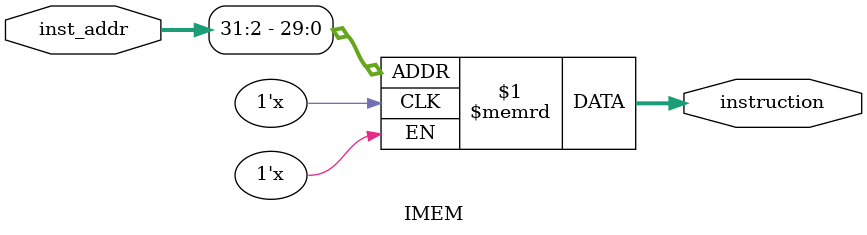
<source format=v>
module IMEM (
    input [31:0] inst_addr,    // Địa chỉ câu lệnh
    output [31:0] instruction  // Câu lệnh được lấy ra
);
    reg [31:0] inst_mem [0:255]; // Bộ nhớ câu lệnh 256 từ

    // Lấy câu lệnh (địa chỉ căn chỉnh theo từ)
    assign instruction = inst_mem[inst_addr[31:2]];

    // In thông tin gỡ lỗi
    always @(*) begin
        $display("IMEM: Chu kỳ=%0d, inst_addr=%h, instruction=%h",
                 $time/10, inst_addr, instruction);
    end
endmodule
</source>
